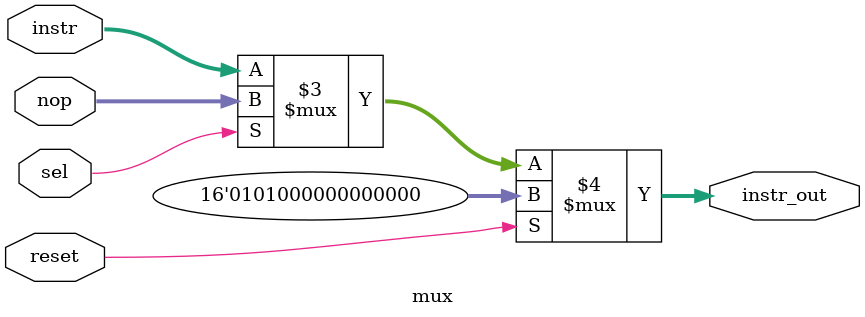
<source format=v>
module mux(reset,instr,sel,nop,instr_out);

input [15:0] instr,nop;
input sel,reset;
output [15:0] instr_out;


assign instr_out=(reset==1'b1)?16'b01_010_000_000_0_0000:(sel==1'b0)?instr:nop;

endmodule
</source>
